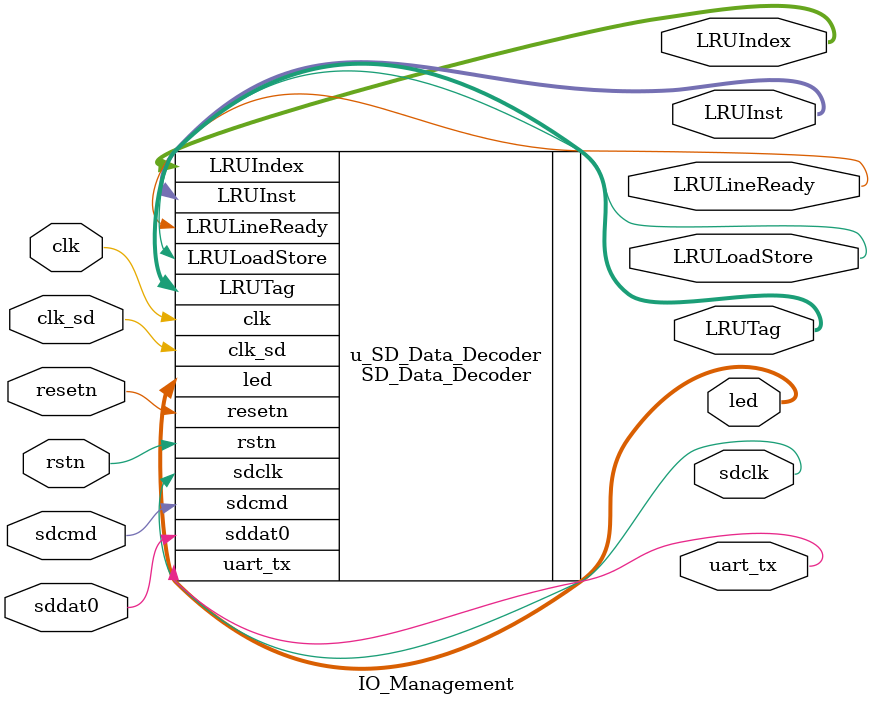
<source format=v>


module IO_Management (
    //General
    input wire clk,
    //input wire start,
    output wire [15:0]  led, // 16 bit led
    //Parsed Values
    output wire [16:0] LRUTag,
    output wire [10:0] LRUIndex,
    output wire LRULoadStore,
    output wire [20:0] LRUInst,
    output wire LRULineReady,
    //SD Ports
    input wire          rstn,
    input  wire         clk_sd, // clock = 100MHz
    input  wire         resetn, // rstn active-low, You can re-read SDcard by pushing the reset button.
    output wire         sdclk, // signals connect to SD bus
    inout               sdcmd,
    input  wire         sddat0,
    output wire         uart_tx // UART tx signal, connected to host-PC's UART-RXD, baud=115200
    //VGA    
    
    
);

SD_Data_Decoder u_SD_Data_Decoder(
    .clk(clk),
    .led(led),
    
    .LRUTag(LRUTag),
    .LRUIndex(LRUIndex),
    .LRULoadStore(LRULoadStore),
    .LRUInst(LRUInst),
    .LRULineReady(LRULineReady),
    
    .clk_sd(clk_sd),
    .rstn(rstn),
    .resetn(resetn),
    .sdclk(sdclk),
    .sdcmd(sdcmd),
    .sddat0(sddat0),
    .uart_tx(uart_tx)
);






endmodule

</source>
